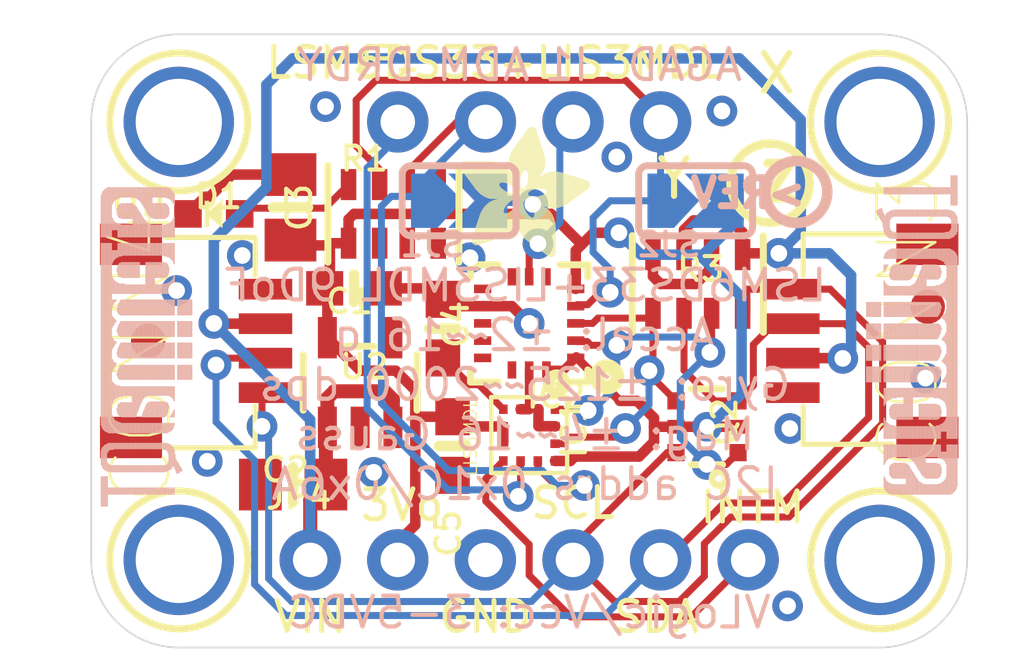
<source format=kicad_pcb>
(kicad_pcb (version 20211014) (generator pcbnew)
  (layers (0 "F.Cu" signal) (31 "B.Cu" signal) (34 "B.Paste" user) (35 "F.Paste" user) (36 "B.SilkS" user "B.Silkscreen") (37 "F.SilkS" user "F.Silkscreen") (38 "B.Mask" user) (39 "F.Mask" user) (44 "Edge.Cuts" user))
  (net 0 "")
  (net 1 "GND")
  (net 2 "3.3V")
  (net 3 "VCC")
  (net 4 "N$1")
  (net 5 "SDA_3V")
  (net 6 "SCL_3V")
  (net 7 "SCL")
  (net 8 "SDA")
  (net 9 "INTM")
  (net 10 "DRDY")
  (net 11 "CAP")
  (net 12 "INT1")
  (net 13 "INT2")
  (net 14 "ADM")
  (net 15 "ADAG")
  (footprint "boardEagle:RESPACK_4X0603" (layer "F.Cu") (at 144.5641 101.3206)
    (fp_text reference "R1" (at -1.6 -1.6) (layer "F.SilkS") (effects (font (size 0.692831 0.692831) (thickness 0.119969)) (justify left)))
    (fp_text value "10K")
    (pad "1" smd rect (at -1.3 0.85) (size 0.45 0.9) (layers "F.Cu" "F.Paste" "F.Mask") (net 2 "3.3V"))
    (pad "2" smd rect (at -0.4 0.85) (size 0.45 0.9) (layers "F.Cu" "F.Paste" "F.Mask") (net 1 "GND"))
    (pad "3" smd rect (at 0.4 0.85) (size 0.45 0.9) (layers "F.Cu" "F.Paste" "F.Mask") (net 1 "GND"))
    (pad "4" smd rect (at 1.3 0.85) (size 0.45 0.9) (layers "F.Cu" "F.Paste" "F.Mask"))
    (pad "5" smd rect (at 1.3 -0.85) (size 0.45 0.9) (layers "F.Cu" "F.Paste" "F.Mask"))
    (pad "6" smd rect (at 0.4 -0.85) (size 0.45 0.9) (layers "F.Cu" "F.Paste" "F.Mask") (net 14 "ADM"))
    (pad "7" smd rect (at -0.4 -0.85) (size 0.45 0.9) (layers "F.Cu" "F.Paste" "F.Mask") (net 15 "ADAG"))
    (pad "8" smd rect (at -1.3 -0.85) (size 0.45 0.9) (layers "F.Cu" "F.Paste" "F.Mask") (net 4 "N$1"))
  )
  (footprint "boardEagle:JST_SH4" (layer "F.Cu") (at 158.6611 105.0036 90)
    (fp_text reference "CONN3" (at -3.838 0.831 90) (layer "F.SilkS") (effects (font (size 1.703222 1.703222) (thickness 0.074778)) (justify left)))
    (fp_text value "STEMMA_I2C_QT" hide)
    (pad "1" smd rect (at -1.5 -2.514 180) (size 1.55 0.6) (layers "F.Cu" "F.Paste" "F.Mask") (net 1 "GND"))
    (pad "2" smd rect (at -0.5 -2.514 180) (size 1.55 0.6) (layers "F.Cu" "F.Paste" "F.Mask") (net 3 "VCC"))
    (pad "3" smd rect (at 0.5 -2.514 180) (size 1.55 0.6) (layers "F.Cu" "F.Paste" "F.Mask") (net 8 "SDA"))
    (pad "4" smd rect (at 1.5 -2.514 180) (size 1.55 0.6) (layers "F.Cu" "F.Paste" "F.Mask") (net 7 "SCL"))
    (pad "MT1" smd rect (at -2.8 1.386 180) (size 1.8 1.2) (layers "F.Cu" "F.Paste" "F.Mask") (net 1 "GND"))
    (pad "MT2" smd rect (at 2.8 1.386 180) (size 1.8 1.2) (layers "F.Cu" "F.Paste" "F.Mask") (net 1 "GND"))
  )
  (footprint "boardEagle:SOT363" (layer "F.Cu") (at 153.6573 107.4928 90)
    (fp_text reference "Q2" (at -0.635 0.508 90) (layer "F.SilkS") (effects (font (size 0.692831 0.692831) (thickness 0.119969)) (justify left)))
    (fp_text value "BSS138")
    (pad "1" smd rect (at -0.75 0.9 90) (size 0.5 0.5) (layers "F.Cu" "F.Paste" "F.Mask") (net 6 "SCL_3V"))
    (pad "2" smd rect (at 0 0.9 90) (size 0.4 0.5) (layers "F.Cu" "F.Paste" "F.Mask") (net 2 "3.3V"))
    (pad "3" smd rect (at 0.75 0.9 90) (size 0.5 0.5) (layers "F.Cu" "F.Paste" "F.Mask") (net 8 "SDA"))
    (pad "4" smd rect (at 0.75 -0.9 90) (size 0.5 0.5) (layers "F.Cu" "F.Paste" "F.Mask") (net 5 "SDA_3V"))
    (pad "5" smd rect (at 0 -0.9 90) (size 0.4 0.5) (layers "F.Cu" "F.Paste" "F.Mask") (net 2 "3.3V"))
    (pad "6" smd rect (at -0.75 -0.9 90) (size 0.5 0.5) (layers "F.Cu" "F.Paste" "F.Mask") (net 7 "SCL"))
  )
  (footprint "boardEagle:MOUNTINGHOLE_2.5_PLATED" (layer "F.Cu") (at 138.3411 98.6536)
    (fp_text reference "U$1" hide)
    (fp_text value "MOUNTINGHOLE2.5" hide)
    (pad "P$1" thru_hole circle (at 0 0) (size 3.2 3.2) (drill 2.5) (layers *.Cu *.Mask))
  )
  (footprint "boardEagle:0603-NO" (layer "F.Cu") (at 145.9992 104.648 90)
    (fp_text reference "C4" (at -0.635 0.381 90) (layer "F.SilkS") (effects (font (size 0.692831 0.692831) (thickness 0.119969)) (justify left)))
    (fp_text value "0.1uF")
    (pad "1" smd rect (at -0.85 0 90) (size 1.075 1) (layers "F.Cu" "F.Paste" "F.Mask") (net 11 "CAP"))
    (pad "2" smd rect (at 0.85 0 90) (size 1.075 1) (layers "F.Cu" "F.Paste" "F.Mask") (net 1 "GND"))
  )
  (footprint "boardEagle:0805-NO" (layer "F.Cu") (at 141.6558 109.1692 180)
    (fp_text reference "C2" (at -0.5334 0.4318) (layer "F.SilkS") (effects (font (size 0.692831 0.692831) (thickness 0.119969)) (justify right)))
    (fp_text value "10uF")
    (pad "1" smd rect (at -0.95 0 180) (size 1.24 1.5) (layers "F.Cu" "F.Paste" "F.Mask") (net 3 "VCC"))
    (pad "2" smd rect (at 0.95 0 180) (size 1.24 1.5) (layers "F.Cu" "F.Paste" "F.Mask") (net 1 "GND"))
  )
  (footprint "boardEagle:0805-NO" (layer "F.Cu") (at 141.5796 101.1301 90)
    (fp_text reference "C3" (at -0.762 0.254 90) (layer "F.SilkS") (effects (font (size 0.692831 0.692831) (thickness 0.119969)) (justify left)))
    (fp_text value "10uF")
    (pad "1" smd rect (at -0.95 0 90) (size 1.24 1.5) (layers "F.Cu" "F.Paste" "F.Mask") (net 2 "3.3V"))
    (pad "2" smd rect (at 0.95 0 90) (size 1.24 1.5) (layers "F.Cu" "F.Paste" "F.Mask") (net 1 "GND"))
  )
  (footprint "boardEagle:LGA16_3X3MM" (layer "F.Cu") (at 148.5011 104.4956 180)
    (fp_text reference "IC2" (at -1.7 -2.1) (layer "F.SilkS") (effects (font (size 0.692831 0.692831) (thickness 0.119969)) (justify right)))
    (fp_text value "LSM6DS33")
    (pad "1" smd rect (at -1.35 -1 180) (size 0.5 0.25) (layers "F.Cu" "F.Paste" "F.Mask") (net 2 "3.3V"))
    (pad "2" smd rect (at -1.35 -0.5 180) (size 0.5 0.25) (layers "F.Cu" "F.Paste" "F.Mask") (net 6 "SCL_3V"))
    (pad "3" smd rect (at -1.35 0 180) (size 0.5 0.25) (layers "F.Cu" "F.Paste" "F.Mask") (net 5 "SDA_3V"))
    (pad "4" smd rect (at -1.35 0.5 180) (size 0.5 0.25) (layers "F.Cu" "F.Paste" "F.Mask") (net 15 "ADAG"))
    (pad "5" smd rect (at -1.35 1 180) (size 0.5 0.25) (layers "F.Cu" "F.Paste" "F.Mask") (net 2 "3.3V"))
    (pad "6" smd rect (at -0.5 1.35 270) (size 0.5 0.25) (layers "F.Cu" "F.Paste" "F.Mask") (net 13 "INT2"))
    (pad "7" smd rect (at 0 1.35 270) (size 0.5 0.25) (layers "F.Cu" "F.Paste" "F.Mask") (net 12 "INT1"))
    (pad "8" smd rect (at 0.5 1.35 270) (size 0.5 0.25) (layers "F.Cu" "F.Paste" "F.Mask") (net 1 "GND"))
    (pad "9" smd rect (at 1.35 1) (size 0.5 0.25) (layers "F.Cu" "F.Paste" "F.Mask") (net 1 "GND"))
    (pad "10" smd rect (at 1.35 0.5) (size 0.5 0.25) (layers "F.Cu" "F.Paste" "F.Mask") (net 1 "GND"))
    (pad "11" smd rect (at 1.35 0) (size 0.5 0.25) (layers "F.Cu" "F.Paste" "F.Mask") (net 1 "GND"))
    (pad "12" smd rect (at 1.35 -0.5) (size 0.5 0.25) (layers "F.Cu" "F.Paste" "F.Mask") (net 1 "GND"))
    (pad "13" smd rect (at 1.35 -1) (size 0.5 0.25) (layers "F.Cu" "F.Paste" "F.Mask") (net 1 "GND"))
    (pad "14" smd rect (at 0.5 -1.35 90) (size 0.5 0.25) (layers "F.Cu" "F.Paste" "F.Mask"))
    (pad "15" smd rect (at 0 -1.35 90) (size 0.5 0.25) (layers "F.Cu" "F.Paste" "F.Mask") (net 1 "GND"))
    (pad "16" smd rect (at -0.5 -1.35 90) (size 0.5 0.25) (layers "F.Cu" "F.Paste" "F.Mask") (net 2 "3.3V"))
  )
  (footprint "boardEagle:LGA12_2X2MM" (layer "F.Cu") (at 148.5011 107.7341 -90)
    (fp_text reference "IC1" (at -1.1 -1.3 90) (layer "F.SilkS") (effects (font (size 0.692831 0.692831) (thickness 0.119969)) (justify right)))
    (fp_text value "LIS3MDL" (at -1.1 1.7 90) (layer "F.SilkS") (effects (font (size 0.369824 0.369824) (thickness 0.036576)) (justify right)))
    (pad "1" smd rect (at -0.75 -0.75 270) (size 0.275 0.25) (layers "F.Cu" "F.Paste" "F.Mask") (net 6 "SCL_3V"))
    (pad "2" smd rect (at -0.75 -0.25 270) (size 0.275 0.25) (layers "F.Cu" "F.Paste" "F.Mask") (net 1 "GND"))
    (pad "3" smd rect (at -0.75 0.25 270) (size 0.275 0.25) (layers "F.Cu" "F.Paste" "F.Mask") (net 1 "GND"))
    (pad "4" smd rect (at -0.75 0.75 270) (size 0.275 0.25) (layers "F.Cu" "F.Paste" "F.Mask") (net 11 "CAP"))
    (pad "5" smd rect (at -0.25 0.75) (size 0.275 0.25) (layers "F.Cu" "F.Paste" "F.Mask") (net 2 "3.3V"))
    (pad "6" smd rect (at 0.25 0.75) (size 0.275 0.25) (layers "F.Cu" "F.Paste" "F.Mask") (net 2 "3.3V"))
    (pad "7" smd rect (at 0.75 0.75 90) (size 0.275 0.25) (layers "F.Cu" "F.Paste" "F.Mask") (net 9 "INTM"))
    (pad "8" smd rect (at 0.75 0.25 90) (size 0.275 0.25) (layers "F.Cu" "F.Paste" "F.Mask") (net 10 "DRDY"))
    (pad "9" smd rect (at 0.75 -0.25 90) (size 0.275 0.25) (layers "F.Cu" "F.Paste" "F.Mask") (net 14 "ADM"))
    (pad "10" smd rect (at 0.75 -0.75 90) (size 0.275 0.25) (layers "F.Cu" "F.Paste" "F.Mask") (net 2 "3.3V"))
    (pad "11" smd rect (at 0.25 -0.75 180) (size 0.275 0.25) (layers "F.Cu" "F.Paste" "F.Mask") (net 5 "SDA_3V"))
    (pad "12" smd rect (at -0.25 -0.75 180) (size 0.275 0.25) (layers "F.Cu" "F.Paste" "F.Mask") (net 1 "GND"))
  )
  (footprint "boardEagle:0603-NO" (layer "F.Cu") (at 146.2786 108.0516 -90)
    (fp_text reference "C5" (at 1.778 0.127 90) (layer "F.SilkS") (effects (font (size 0.692831 0.692831) (thickness 0.119969)) (justify right)))
    (fp_text value "1uF")
    (pad "1" smd rect (at -0.85 0 270) (size 1.075 1) (layers "F.Cu" "F.Paste" "F.Mask") (net 2 "3.3V"))
    (pad "2" smd rect (at 0.85 0 270) (size 1.075 1) (layers "F.Cu" "F.Paste" "F.Mask") (net 1 "GND"))
  )
  (footprint "boardEagle:0603-NO" (layer "F.Cu") (at 143.4211 103.4796)
    (fp_text reference "C1" (at -0.889 0.381) (layer "F.SilkS") (effects (font (size 0.692831 0.692831) (thickness 0.119969)) (justify left)))
    (fp_text value "0.1uF")
    (pad "1" smd rect (at -0.85 0) (size 1.075 1) (layers "F.Cu" "F.Paste" "F.Mask") (net 2 "3.3V"))
    (pad "2" smd rect (at 0.85 0) (size 1.075 1) (layers "F.Cu" "F.Paste" "F.Mask") (net 1 "GND"))
  )
  (footprint "boardEagle:RESPACK_4X0603" (layer "F.Cu") (at 153.3906 103.3526 180)
    (fp_text reference "R3" (at -0.838 0.432) (layer "F.SilkS") (effects (font (size 0.692831 0.692831) (thickness 0.119969)) (justify right)))
    (fp_text value "10K")
    (pad "1" smd rect (at -1.3 0.85 180) (size 0.45 0.9) (layers "F.Cu" "F.Paste" "F.Mask") (net 3 "VCC"))
    (pad "2" smd rect (at -0.4 0.85 180) (size 0.45 0.9) (layers "F.Cu" "F.Paste" "F.Mask") (net 2 "3.3V"))
    (pad "3" smd rect (at 0.4 0.85 180) (size 0.45 0.9) (layers "F.Cu" "F.Paste" "F.Mask") (net 3 "VCC"))
    (pad "4" smd rect (at 1.3 0.85 180) (size 0.45 0.9) (layers "F.Cu" "F.Paste" "F.Mask") (net 2 "3.3V"))
    (pad "5" smd rect (at 1.3 -0.85 180) (size 0.45 0.9) (layers "F.Cu" "F.Paste" "F.Mask") (net 5 "SDA_3V"))
    (pad "6" smd rect (at 0.4 -0.85 180) (size 0.45 0.9) (layers "F.Cu" "F.Paste" "F.Mask") (net 8 "SDA"))
    (pad "7" smd rect (at -0.4 -0.85 180) (size 0.45 0.9) (layers "F.Cu" "F.Paste" "F.Mask") (net 6 "SCL_3V"))
    (pad "8" smd rect (at -1.3 -0.85 180) (size 0.45 0.9) (layers "F.Cu" "F.Paste" "F.Mask") (net 7 "SCL"))
  )
  (footprint "boardEagle:ADAFRUIT_3.5MM" (layer "F.Cu") (at 146.4691 102.5906)
    (fp_text reference "U$20" hide)
    (fp_text value "" hide)
  )
  (footprint "boardEagle:MOUNTINGHOLE_2.5_PLATED" (layer "F.Cu") (at 158.6611 111.3536)
    (fp_text reference "U$21" hide)
    (fp_text value "MOUNTINGHOLE2.5" hide)
    (pad "P$1" thru_hole circle (at 0 0) (size 3.2 3.2) (drill 2.5) (layers *.Cu *.Mask))
  )
  (footprint "boardEagle:FIDUCIAL_1MM" (layer "F.Cu") (at 160.0581 104.013)
    (fp_text reference "FID4" hide)
    (fp_text value "FIDUCIAL_1MM" hide)
    (pad "1" smd roundrect (at 0 0) (size 1 1) (layers "F.Cu" "F.Mask") (roundrect_rratio 0.5))
  )
  (footprint "boardEagle:JST_SH4" (layer "F.Cu") (at 138.3411 105.0036 -90)
    (fp_text reference "CONN4" (at -3.965 1.085 90) (layer "F.SilkS") (effects (font (size 1.703222 1.703222) (thickness 0.074778)) (justify right)))
    (fp_text value "STEMMA_I2C_QT" hide)
    (pad "1" smd rect (at -1.5 -2.514) (size 1.55 0.6) (layers "F.Cu" "F.Paste" "F.Mask") (net 1 "GND"))
    (pad "2" smd rect (at -0.5 -2.514) (size 1.55 0.6) (layers "F.Cu" "F.Paste" "F.Mask") (net 3 "VCC"))
    (pad "3" smd rect (at 0.5 -2.514) (size 1.55 0.6) (layers "F.Cu" "F.Paste" "F.Mask") (net 8 "SDA"))
    (pad "4" smd rect (at 1.5 -2.514) (size 1.55 0.6) (layers "F.Cu" "F.Paste" "F.Mask") (net 7 "SCL"))
    (pad "MT1" smd rect (at -2.8 1.386) (size 1.8 1.2) (layers "F.Cu" "F.Paste" "F.Mask") (net 1 "GND"))
    (pad "MT2" smd rect (at 2.8 1.386) (size 1.8 1.2) (layers "F.Cu" "F.Paste" "F.Mask") (net 1 "GND"))
  )
  (footprint "boardEagle:MOUNTINGHOLE_2.5_PLATED" (layer "F.Cu") (at 158.6611 98.6536)
    (fp_text reference "U$17" hide)
    (fp_text value "MOUNTINGHOLE2.5" hide)
    (pad "P$1" thru_hole circle (at 0 0) (size 3.2 3.2) (drill 2.5) (layers *.Cu *.Mask))
  )
  (footprint "boardEagle:MOUNTINGHOLE_2.5_PLATED" (layer "F.Cu") (at 138.3411 111.3536)
    (fp_text reference "U$19" hide)
    (fp_text value "MOUNTINGHOLE2.5" hide)
    (pad "P$1" thru_hole circle (at 0 0) (size 3.2 3.2) (drill 2.5) (layers *.Cu *.Mask))
  )
  (footprint "boardEagle:FIDUCIAL_1MM" (layer "F.Cu") (at 137.4521 105.0036)
    (fp_text reference "FID3" hide)
    (fp_text value "FIDUCIAL_1MM" hide)
    (pad "1" smd roundrect (at 0 0) (size 1 1) (layers "F.Cu" "F.Mask") (roundrect_rratio 0.5))
  )
  (footprint "boardEagle:1X06_ROUND_70" (layer "F.Cu") (at 148.5011 111.3536)
    (fp_text reference "JP4" (at -7.6962 -1.8288) (layer "F.SilkS") (effects (font (size 0.692831 0.692831) (thickness 0.119969)) (justify left)))
    (fp_text value "")
    (pad "1" thru_hole circle (at -6.35 0 90) (size 1.778 1.778) (drill 1) (layers *.Cu *.Mask) (net 3 "VCC"))
    (pad "2" thru_hole circle (at -3.81 0 90) (size 1.778 1.778) (drill 1) (layers *.Cu *.Mask) (net 2 "3.3V"))
    (pad "3" thru_hole circle (at -1.27 0 90) (size 1.778 1.778) (drill 1) (layers *.Cu *.Mask) (net 1 "GND"))
    (pad "4" thru_hole circle (at 1.27 0 90) (size 1.778 1.778) (drill 1) (layers *.Cu *.Mask) (net 7 "SCL"))
    (pad "5" thru_hole circle (at 3.81 0 90) (size 1.778 1.778) (drill 1) (layers *.Cu *.Mask) (net 8 "SDA"))
    (pad "6" thru_hole circle (at 6.35 0 90) (size 1.778 1.778) (drill 1) (layers *.Cu *.Mask) (net 9 "INTM"))
  )
  (footprint "boardEagle:SOT23-5" (layer "F.Cu") (at 143.5989 106.2101)
    (fp_text reference "U2" (at 0.8922 -0.4572) (layer "F.SilkS") (effects (font (size 0.692831 0.692831) (thickness 0.119969)) (justify right)))
    (fp_text value "AP2112K-3.3")
    (pad "1" smd rect (at -0.95 1.3001) (size 0.55 1.2) (layers "F.Cu" "F.Paste" "F.Mask") (net 3 "VCC"))
    (pad "2" smd rect (at 0 1.3001) (size 0.55 1.2) (layers "F.Cu" "F.Paste" "F.Mask") (net 1 "GND"))
    (pad "3" smd rect (at 0.95 1.3001) (size 0.55 1.2) (layers "F.Cu" "F.Paste" "F.Mask") (net 3 "VCC"))
    (pad "4" smd rect (at 0.95 -1.3001) (size 0.55 1.2) (layers "F.Cu" "F.Paste" "F.Mask"))
    (pad "5" smd rect (at -0.95 -1.3001) (size 0.55 1.2) (layers "F.Cu" "F.Paste" "F.Mask") (net 2 "3.3V"))
  )
  (footprint "boardEagle:CHIPLED_0603_NOOUTLINE" (layer "F.Cu") (at 139.3571 101.3206 90)
    (fp_text reference "D1" (at 0.508 0.889) (layer "F.SilkS") (effects (font (size 0.692831 0.692831) (thickness 0.119969)) (justify right)))
    (fp_text value "GREEN")
    (pad "A" smd rect (at 0 0.75 90) (size 0.8 0.8) (layers "F.Cu" "F.Paste" "F.Mask") (net 4 "N$1"))
    (pad "C" smd rect (at 0 -0.75 90) (size 0.8 0.8) (layers "F.Cu" "F.Paste" "F.Mask") (net 1 "GND"))
  )
  (footprint "boardEagle:1X04_ROUND" (layer "F.Cu") (at 148.5011 98.6536)
    (fp_text reference "JP1" (at -5.1562 -1.8288) (layer "F.SilkS") (effects (font (size 0.692831 0.692831) (thickness 0.119969)) (justify left)))
    (fp_text value "")
    (pad "1" thru_hole circle (at -3.81 0 90) (size 1.778 1.778) (drill 1) (layers *.Cu *.Mask) (net 10 "DRDY"))
    (pad "2" thru_hole circle (at -1.27 0 90) (size 1.778 1.778) (drill 1) (layers *.Cu *.Mask) (net 14 "ADM"))
    (pad "3" thru_hole circle (at 1.27 0 90) (size 1.778 1.778) (drill 1) (layers *.Cu *.Mask) (net 12 "INT1"))
    (pad "4" thru_hole circle (at 3.81 0 90) (size 1.778 1.778) (drill 1) (layers *.Cu *.Mask) (net 15 "ADAG"))
  )
  (footprint "boardEagle:PCBFEAT-REV-040" (layer "B.Cu") (at 156.2481 100.6856 180)
    (fp_text reference "U$25" hide)
    (fp_text value "" hide)
    (fp_text user ">REV" (at -0.3556 -0.508) (layer "B.SilkS") (effects (font (size 0.8128 0.8128) (thickness 0.2032)) (justify left bottom mirror)))
  )
  (footprint "boardEagle:SOLDERJUMPER_ARROW_NOPASTE" (layer "B.Cu") (at 153.3271 100.9396)
    (fp_text reference "SJ2" (at -1.778 1.27) (layer "B.SilkS") (effects (font (size 0.692831 0.692831) (thickness 0.119969)) (justify right mirror)))
    (fp_text value "")
    (fp_poly (pts (xy 1.3946 -0.7882) (xy -0.315893 -0.7882) (xy 0.443148 0) (xy -0.315893 0.7882) (xy 1.3946 0.7882)) (layer "B.Cu") (width 0) (fill solid))
    (fp_poly (pts (xy 0.106121 -0.002663) (xy -0.679416 -0.7882) (xy -1.3946 -0.7882) (xy -1.3946 0.7882) (xy -0.62715 0.7882)) (layer "B.Cu") (width 0) (fill solid))
    (pad "1" smd roundrect (at -1.016 0) (size 0.762 1.524) (layers "B.Cu") (net 15 "ADAG"))
    (pad "2" smd roundrect (at 1.016 0) (size 0.762 1.524) (layers "B.Cu") (net 2 "3.3V"))
  )
  (footprint "boardEagle:STEMMAQT" (layer "B.Cu") (at 138.7221 100.5586 -90)
    (fp_text reference "U$31" hide)
    (fp_text value "" hide)
  )
  (footprint "boardEagle:SOLDERJUMPER_ARROW_NOPASTE" (layer "B.Cu") (at 146.4691 100.9396)
    (fp_text reference "SJ1" (at -1.778 1.27) (layer "B.SilkS") (effects (font (size 0.692831 0.692831) (thickness 0.119969)) (justify right mirror)))
    (fp_text value "")
    (fp_poly (pts (xy 1.3946 -0.7882) (xy -0.315893 -0.7882) (xy 0.443148 0) (xy -0.315893 0.7882) (xy 1.3946 0.7882)) (layer "B.Cu") (width 0) (fill solid))
    (fp_poly (pts (xy 0.106121 -0.002663) (xy -0.679416 -0.7882) (xy -1.3946 -0.7882) (xy -1.3946 0.7882) (xy -0.62715 0.7882)) (layer "B.Cu") (width 0) (fill solid))
    (pad "1" smd roundrect (at -1.016 0) (size 0.762 1.524) (layers "B.Cu") (net 14 "ADM"))
    (pad "2" smd roundrect (at 1.016 0) (size 0.762 1.524) (layers "B.Cu") (net 2 "3.3V"))
  )
  (footprint "boardEagle:STEMMAQT" (layer "B.Cu") (at 158.2801 109.4486 90)
    (fp_text reference "U$30" hide)
    (fp_text value "" hide)
  )
  (gr_arc (start 154.3441 100.4276) (mid 154.673013 99.613513) (end 155.487101 99.284601) (layer "F.SilkS") (width 0.254))
  (gr_arc (start 156.6301 100.4276) (mid 156.295323 101.235823) (end 155.4871 101.5706) (layer "F.SilkS") (width 0.254))
  (gr_arc (start 155.4871 101.5706) (mid 154.678877 101.235823) (end 154.3441 100.4276) (layer "F.SilkS") (width 0.254))
  (gr_arc (start 155.4871 99.2846) (mid 156.295323 99.619377) (end 156.6301 100.4276) (layer "F.SilkS") (width 0.254))
  (gr_arc (start 138.3411 113.8936) (mid 136.545049 113.149651) (end 135.8011 111.3536) (layer "Edge.Cuts") (width 0.05))
  (gr_arc (start 135.8011 98.6536) (mid 136.545049 96.857549) (end 138.3411 96.1136) (layer "Edge.Cuts") (width 0.05))
  (gr_arc (start 161.2011 111.3536) (mid 160.457151 113.149651) (end 158.6611 113.8936) (layer "Edge.Cuts") (width 0.05))
  (gr_line (start 158.6611 96.1136) (end 138.3411 96.1136) (layer "Edge.Cuts") (width 0.05))
  (gr_line (start 135.8011 98.6536) (end 135.8011 111.3536) (layer "Edge.Cuts") (width 0.05))
  (gr_line (start 138.3411 113.8936) (end 158.6611 113.8936) (layer "Edge.Cuts") (width 0.05))
  (gr_line (start 161.2011 111.3536) (end 161.2011 98.6536) (layer "Edge.Cuts") (width 0.05))
  (gr_arc (start 158.6611 96.1136) (mid 160.457151 96.857549) (end 161.2011 98.6536) (layer "Edge.Cuts") (width 0.05))
  (gr_text "LSM6DS33+LIS3MDL 9DoF\nAccel: ±2~~16 g\nGyro: ±125~~2000 dps\nMag: ±4~~16 Gauss\nI2C addrs 0x1C/0x6A" (at 148.3741 106.2736) (layer "B.SilkS") (effects (font (size 0.89408 0.89408) (thickness 0.12192)) (justify mirror)))
  (gr_text "I1" (at 149.5806 97.0026) (layer "B.SilkS") (effects (font (size 0.89408 0.89408) (thickness 0.12192)) (justify mirror)))
  (gr_text "VLogic/Vcc: 3-5VDC" (at 148.5011 112.8776) (layer "B.SilkS") (effects (font (size 0.89408 0.89408) (thickness 0.12192)) (justify mirror)))
  (gr_text "AGAD" (at 153.0096 97.0026) (layer "B.SilkS") (effects (font (size 0.89408 0.89408) (thickness 0.12192)) (justify mirror)))
  (gr_text "DRDY" (at 143.4846 97.0026) (layer "B.SilkS") (effects (font (size 0.89408 0.89408) (thickness 0.12192)) (justify mirror)))
  (gr_text "ADM" (at 147.1676 97.0026) (layer "B.SilkS") (effects (font (size 0.89408 0.89408) (thickness 0.12192)) (justify mirror)))
  (gr_text "VIN" (at 142.1511 113.0046) (layer "F.SilkS") (effects (font (size 0.87376 0.87376) (thickness 0.14224))))
  (gr_text "Z" (at 155.1011 101.0021) (layer "F.SilkS") (effects (font (size 1.016 1.016) (thickness 0.254)) (justify left bottom)))
  (gr_text "SDA" (at 152.1841 113.0046) (layer "F.SilkS") (effects (font (size 0.87376 0.87376) (thickness 0.14224))))
  (gr_text "on" (at 136.3091 101.4476) (layer "F.SilkS") (effects (font (size 0.89408 0.89408) (thickness 0.12192)) (justify left bottom)))
  (gr_text "X" (at 155.0376 97.8906) (layer "F.SilkS") (effects (font (size 1.0922 1.0922) (thickness 0.1778)) (justify left bottom)))
  (gr_text "3Vo" (at 144.8181 109.7661) (layer "F.SilkS") (effects (font (size 0.87376 0.87376) (thickness 0.14224))))
  (gr_text "Y" (at 152.1166 100.9386) (layer "F.SilkS") (effects (font (size 1.0922 1.0922) (thickness 0.1778)) (justify left bottom)))
  (gr_text "INTM" (at 154.9781 109.8296) (layer "F.SilkS") (effects (font (size 0.87376 0.87376) (thickness 0.14224))))
  (gr_text "LSM6DS33+LIS3MDL" (at 147.4851 96.9391) (layer "F.SilkS") (effects (font (size 0.87376 0.87376) (thickness 0.14224))))
  (gr_text "SCL" (at 149.7711 109.7026) (layer "F.SilkS") (effects (font (size 0.87376 0.87376) (thickness 0.14224))))
  (gr_text "GND" (at 147.2311 113.0046) (layer "F.SilkS") (effects (font (size 0.87376 0.87376) (thickness 0.14224))))
  (segment (start 139.1057 100.822) (end 139.239281 100.822) (width 0.3048) (layer "F.Cu") (net 1))
  (segment (start 149.2511 107.4772) (end 148.7705 107.4772) (width 0.3048) (layer "F.Cu") (net 1))
  (segment (start 138.6071 101.3206) (end 139.1057 100.822) (width 0.3048) (layer "F.Cu") (net 1))
  (segment (start 149.2511 107.4841) (end 149.2511 107.4772) (width 0.3048) (layer "F.Cu") (net 1))
  (segment (start 145.6808 103.4796) (end 145.9992 103.798) (width 0.3048) (layer "F.Cu") (net 1))
  (segment (start 148.7705 106.9841) (end 148.7511 106.9841) (width 0.3048) (layer "F.Cu") (net 1))
  (segment (start 148.2511 106.9841) (end 148.5011 106.9841) (width 0.3048) (layer "F.Cu") (net 1))
  (segment (start 139.239281 100.822) (end 139.881181 100.1801) (width 0.3048) (layer "F.Cu") (net 1))
  (segment (start 148.7705 107.4772) (end 148.7705 106.9841) (width 0.3048) (layer "F.Cu") (net 1))
  (segment (start 148.5011 106.9841) (end 148.5011 105.8456) (width 0.254) (layer "F.Cu") (net 1))
  (segment (start 146.1968 103.9956) (end 145.9992 103.798) (width 0.3048) (layer "F.Cu") (net 1))
  (segment (start 147.1511 103.9956) (end 146.1968 103.9956) (width 0.3048) (layer "F.Cu") (net 1))
  (segment (start 147.1511 103.9956) (end 148.0011 103.9956) (width 0.3048) (layer "F.Cu") (net 1))
  (segment (start 148.0011 103.9956) (end 148.5011 104.4956) (width 0.3048) (layer "F.Cu") (net 1))
  (segment (start 144.2711 103.4796) (end 145.6808 103.4796) (width 0.3048) (layer "F.Cu") (net 1))
  (segment (start 139.881181 100.1801) (end 141.5796 100.1801) (width 0.3048) (layer "F.Cu") (net 1))
  (via (at 143.9926 108.8136) (size 0.889) (drill 0.4826) (layers "F.Cu" "B.Cu") (net 1))
  (via (at 142.5956 98.2091) (size 0.889) (drill 0.4826) (layers "F.Cu" "B.Cu") (net 1))
  (via (at 154.0891 98.3361) (size 0.889) (drill 0.4826) (layers "F.Cu" "B.Cu") (net 1))
  (via (at 151.0411 99.6696) (size 0.889) (drill 0.4826) (layers "F.Cu" "B.Cu") (net 1))
  (via (at 140.1826 102.5271) (size 0.889) (drill 0.4826) (layers "F.Cu" "B.Cu") (net 1))
  (via (at 146.7866 102.5906) (size 0.889) (drill 0.4826) (layers "F.Cu" "B.Cu") (net 1))
  (via (at 148.5011 104.4956) (size 0.889) (drill 0.4826) (layers "F.Cu" "B.Cu") (net 1))
  (via (at 156.0576 107.5436) (size 0.889) (drill 0.4826) (layers "F.Cu" "B.Cu") (net 1))
  (via (at 138.2776 103.5431) (size 0.889) (drill 0.4826) (layers "F.Cu" "B.Cu") (net 1))
  (via (at 155.9941 112.6871) (size 0.889) (drill 0.4826) (layers "F.Cu" "B.Cu") (net 1))
  (via (at 139.1666 108.4961) (size 0.889) (drill 0.4826) (layers "F.Cu" "B.Cu") (net 1))
  (via (at 159.9946 106.0831) (size 0.889) (drill 0.4826) (layers "F.Cu" "B.Cu") (net 1))
  (segment (start 145.1991 106.4371) (end 145.1991 107.0991) (width 0.3048) (layer "F.Cu") (net 2))
  (segment (start 143.4211 101.3206) (end 148.8821 101.3206) (width 0.3048) (layer "F.Cu") (net 2))
  (segment (start 152.0906 102.5026) (end 151.7396 102.5026) (width 0.3048) (layer "F.Cu") (net 2))
  (segment (start 147.7511 107.4841) (end 147.7511 107.9841) (width 0.3048) (layer "F.Cu") (net 2))
  (segment (start 152.0906 103.1321) (end 152.3111 103.3526) (width 0.3048) (layer "F.Cu") (net 2))
  (segment (start 153.3271 103.3526) (end 153.7906 102.8891) (width 0.3048) (layer "F.Cu") (net 2))
  (segment (start 152.1206 107.237588) (end 152.1206 107.4928) (width 0.3048) (layer "F.Cu") (net 2))
  (segment (start 150.3671 101.8676) (end 151.1046 101.8676) (width 0.3048) (layer "F.Cu") (net 2))
  (segment (start 151.6881 108.3571) (end 152.1206 107.9246) (width 0.3048) (layer "F.Cu") (net 2))
  (segment (start 149.8511 102.3836) (end 150.0251 102.2096) (width 0.3048) (layer "F.Cu") (net 2))
  (segment (start 144.6276 105.8656) (end 145.1991 106.4371) (width 0.3048) (layer "F.Cu") (net 2))
  (segment (start 152.7573 107.4928) (end 152.1206 107.4928) (width 0.3048) (layer "F.Cu") (net 2))
  (segment (start 153.6573 107.4928) (end 154.5573 107.4928) (width 0.3048) (layer "F.Cu") (net 2))
  (segment (start 142.6489 104.91) (end 143.6045 105.8656) (width 0.3048) (layer "F.Cu") (net 2))
  (segment (start 148.606262 101.044763) (end 148.8821 101.3206) (width 0.3048) (layer "F.Cu") (net 2))
  (segment (start 152.7573 107.4928) (end 153.6573 107.4928) (width 0.3048) (layer "F.Cu") (net 2))
  (segment (start 153.7906 102.8891) (end 153.7906 102.5026) (width 0.3048) (layer "F.Cu") (net 2))
  (segment (start 151.1046 101.8676) (end 151.7396 102.5026) (width 0.3048) (layer "F.Cu") (net 2))
  (segment (start 152.0906 102.5026) (end 152.0906 103.1321) (width 0.3048) (layer "F.Cu") (net 2))
  (segment (start 142.7226 103.3281) (end 142.5711 103.4796) (width 0.3048) (layer "F.Cu") (net 2))
  (segment (start 151.626512 106.7435) (end 152.1206 107.237588) (width 0.3048) (layer "F.Cu") (net 2))
  (segment (start 145.1991 107.0991) (end 145.1991 110.3376) (width 0.3048) (layer "F.Cu") (net 2))
  (segment (start 152.1206 107.9246) (end 152.1206 107.4928) (width 0.3048) (layer "F.Cu") (net 2))
  (segment (start 143.2641 102.1706) (end 142.7226 102.1706) (width 0.3048) (layer "F.Cu") (net 2))
  (segment (start 148.8821 101.3206) (end 149.1361 101.3206) (width 0.3048) (layer "F.Cu") (net 2))
  (segment (start 142.6489 103.5574) (end 142.5711 103.4796) (width 0.3048) (layer "F.Cu") (net 2))
  (segment (start 145.1991 110.3376) (end 144.6911 110.8456) (width 0.3048) (layer "F.Cu") (net 2))
  (segment (start 149.1361 101.3206) (end 150.0251 102.2096) (width 0.3048) (layer "F.Cu") (net 2))
  (segment (start 149.8511 105.4956) (end 149.8666 105.4801) (width 0.3048) (layer "F.Cu") (net 2))
  (segment (start 151.6881 108.3571) (end 149.8226 108.3571) (width 0.3048) (layer "F.Cu") (net 2))
  (segment (start 145.3016 107.2016) (end 145.1991 107.0991) (width 0.3048) (layer "F.Cu") (net 2))
  (segment (start 146.5611 107.4841) (end 146.2786 107.2016) (width 0.3048) (layer "F.Cu") (net 2))
  (segment (start 142.7226 102.2341) (end 141.4256 102.2341) (width 0.3048) (layer "F.Cu") (net 2))
  (segment (start 149.8666 105.4801) (end 151.13 106.7435) (width 0.254) (layer "F.Cu") (net 2))
  (segment (start 143.2641 102.1706) (end 143.2641 101.4776) (width 0.3048) (layer "F.Cu") (net 2))
  (segment (start 149.8511 103.4956) (end 149.8511 102.3836) (width 0.3048) (layer "F.Cu") (net 2))
  (segment (start 149.5011 105.8456) (end 149.8511 105.4956) (width 0.254) (layer "F.Cu") (net 2))
  (segment (start 141.5796 102.0801) (end 141.4256 102.2341) (width 0.3048) (layer "F.Cu") (net 2))
  (segment (start 149.2511 108.4841) (end 149.6956 108.4841) (width 0.3048) (layer "F.Cu") (net 2))
  (segment (start 150.0251 102.2096) (end 150.3671 101.8676) (width 0.3048) (layer "F.Cu") (net 2))
  (segment (start 146.2786 107.2016) (end 145.3016 107.2016) (width 0.3048) (layer "F.Cu") (net 2))
  (segment (start 149.8226 108.3571) (end 149.6956 108.4841) (width 0.3048) (layer "F.Cu") (net 2))
  (segment (start 143.2641 101.4776) (end 143.4211 101.3206) (width 0.3048) (layer "F.Cu") (net 2))
  (segment (start 147.7511 107.4841) (end 146.5611 107.4841) (width 0.3048) (layer "F.Cu") (net 2))
  (segment (start 142.7226 102.2341) (end 142.7226 103.3281) (width 0.3048) (layer "F.Cu") (net 2))
  (segment (start 149.0011 105.8456) (end 149.5011 105.8456) (width 0.254) (layer "F.Cu") (net 2))
  (segment (start 152.3111 103.3526) (end 153.3271 103.3526) (width 0.3048) (layer "F.Cu") (net 2))
  (segment (start 142.6489 104.91) (end 142.6489 103.5574) (width 0.3048) (layer "F.Cu") (net 2))
  (segment (start 151.13 106.7435) (end 151.626512 106.7435) (width 0.3048) (layer "F.Cu") (net 2))
  (segment (start 142.7226 102.1706) (end 142.7226 102.2341) (width 0.3048) (layer "F.Cu") (net 2))
  (segment (start 143.6045 105.8656) (end 144.6276 105.8656) (width 0.3048) (layer "F.Cu") (net 2))
  (segment (start 144.6911 110.8456) (end 144.6911 111.3536) (width 0.3048) (layer "F.Cu") (net 2))
  (via (at 151.1046 101.8676) (size 0.889) (drill 0.4826) (layers "F.Cu" "B.Cu") (net 2))
  (via (at 153.6573 107.4928) (size 0.8564) (drill 0.45) (layers "F.Cu" "B.Cu") (net 2))
  (via (at 148.606262 101.044763) (size 0.889) (drill 0.4826) (layers "F.Cu" "B.Cu") (net 2))
  (segment (start 153.7081 107.4928) (end 153.6573 107.4928) (width 0.3048) (layer "B.Cu") (net 2))
  (segment (start 151.1046 101.8676) (end 151.7396 102.5026) (width 0.3048) (layer "B.Cu") (net 2))
  (segment (start 153.4296 102.5026) (end 151.7396 102.5026) (width 0.3048) (layer "B.Cu") (net 2))
  (segment (start 154.3431 100.9396) (end 154.3431 101.7016) (width 0.3048) (layer "B.Cu") (net 2))
  (segment (start 154.6606 106.5403) (end 153.7081 107.4928) (width 0.3048) (layer "B.Cu") (net 2))
  (segment (start 153.48585 102.55885) (end 154.6606 103.7336) (width 0.3048) (layer "B.Cu") (net 2))
  (segment (start 154.6606 103.7336) (end 154.6606 106.5403) (width 0.3048) (layer "B.Cu") (net 2))
  (segment (start 153.4296 102.5026) (end 153.48585 102.55885) (width 0.3048) (layer "B.Cu") (net 2))
  (segment (start 148.5011 100.9396) (end 148.606262 101.044763) (width 0.3048) (layer "B.Cu") (net 2))
  (segment (start 154.3431 101.7016) (end 153.48585 102.55885) (width 0.3048) (layer "B.Cu") (net 2))
  (segment (start 147.4851 100.9396) (end 148.5011 100.9396) (width 0.3048) (layer "B.Cu") (net 2))
  (segment (start 157.5863 105.5036) (end 157.5943 105.5116) (width 0.3048) (layer "F.Cu") (net 3))
  (segment (start 154.6906 102.5026) (end 154.7296 102.4636) (width 0.3048) (layer "F.Cu") (net 3))
  (segment (start 153.2636 101.5111) (end 154.3431 101.5111) (width 0.3048) (layer "F.Cu") (net 3))
  (segment (start 142.6058 109.1692) (end 142.6058 107.5533) (width 0.4064) (layer "F.Cu") (net 3))
  (segment (start 154.7296 102.4636) (end 155.7401 102.4636) (width 0.3048) (layer "F.Cu") (net 3))
  (segment (start 142.1511 111.3536) (end 142.1511 109.6239) (width 0.4064) (layer "F.Cu") (net 3))
  (segment (start 144.5489 107.5102) (end 144.5489 106.7029) (width 0.4064) (layer "F.Cu") (net 3))
  (segment (start 142.6489 106.6648) (end 142.6489 107.5102) (width 0.4064) (layer "F.Cu") (net 3))
  (segment (start 154.3431 101.5111) (end 154.6906 101.8586) (width 0.3048) (layer "F.Cu") (net 3))
  (segment (start 144.3101 106.4641) (end 142.8496 106.4641) (width 0.4064) (layer "F.Cu") (net 3))
  (segment (start 154.6906 101.8586) (end 154.6906 102.5026) (width 0.3048) (layer "F.Cu") (net 3))
  (segment (start 144.5489 106.7029) (end 144.3101 106.4641) (width 0.4064) (layer "F.Cu") (net 3))
  (segment (start 152.9906 101.784104) (end 152.9906 102.5026) (width 0.3048) (layer "F.Cu") (net 3))
  (segment (start 142.1511 109.6239) (end 142.6058 109.1692) (width 0.4064) (layer "F.Cu") (net 3))
  (segment (start 142.8496 106.4641) (end 142.6489 106.6648) (width 0.4064) (layer "F.Cu") (net 3))
  (segment (start 153.2636 101.5111) (end 152.9906 101.784104) (width 0.3048) (layer "F.Cu") (net 3))
  (segment (start 139.3651 104.5036) (end 139.3571 104.4956) (width 0.3048) (layer "F.Cu") (net 3))
  (segment (start 142.6058 107.5533) (end 142.6489 107.5102) (width 0.4064) (layer "F.Cu") (net 3))
  (segment (start 156.1471 105.5036) (end 157.5863 105.5036) (width 0.3048) (layer "F.Cu") (net 3))
  (segment (start 140.8551 104.5036) (end 139.3651 104.5036) (width 0.3048) (layer "F.Cu") (net 3))
  (via (at 157.5943 105.5116) (size 0.889) (drill 0.4826) (layers "F.Cu" "B.Cu") (net 3))
  (via (at 155.7401 102.4636) (size 0.889) (drill 0.4826) (layers "F.Cu" "B.Cu") (net 3))
  (via (at 139.3571 104.4956) (size 0.889) (drill 0.4826) (layers "F.Cu" "B.Cu") (net 3))
  (segment (start 157.2006 102.4636) (end 157.8356 103.0986) (width 0.3048) (layer "B.Cu") (net 3))
  (segment (start 140.8811 100.5586) (end 140.8811 97.5741) (width 0.3048) (layer "B.Cu") (net 3))
  (segment (start 142.1511 107.2896) (end 142.1511 111.3536) (width 0.3048) (layer "B.Cu") (net 3))
  (segment (start 139.3571 104.4956) (end 142.1511 107.2896) (width 0.3048) (layer "B.Cu") (net 3))
  (segment (start 139.3571 104.4956) (end 139.3571 102.0826) (width 0.3048) (layer "B.Cu") (net 3))
  (segment (start 157.5943 105.5116) (end 157.8356 105.5116) (width 0.3048) (layer "B.Cu") (net 3))
  (segment (start 156.3751 98.5901) (end 156.3751 101.8286) (width 0.3048) (layer "B.Cu") (net 3))
  (segment (start 141.6431 96.8121) (end 154.5971 96.8121) (width 0.3048) (layer "B.Cu") (net 3))
  (segment (start 154.5971 96.8121) (end 156.3751 98.5901) (width 0.3048) (layer "B.Cu") (net 3))
  (segment (start 157.8356 105.5116) (end 157.8356 103.0986) (width 0.3048) (layer "B.Cu") (net 3))
  (segment (start 155.7401 102.4636) (end 157.2006 102.4636) (width 0.3048) (layer "B.Cu") (net 3))
  (segment (start 140.8811 100.5586) (end 139.3571 102.0826) (width 0.3048) (layer "B.Cu") (net 3))
  (segment (start 156.3751 101.8286) (end 155.7401 102.4636) (width 0.3048) (layer "B.Cu") (net 3))
  (segment (start 140.8811 97.5741) (end 141.6431 96.8121) (width 0.3048) (layer "B.Cu") (net 3))
  (segment (start 140.1071 101.3206) (end 140.2724 101.1553) (width 0.2032) (layer "F.Cu") (net 4))
  (segment (start 142.5794 101.1553) (end 143.2641 100.4706) (width 0.2032) (layer "F.Cu") (net 4))
  (segment (start 140.2724 101.1553) (end 142.5794 101.1553) (width 0.2032) (layer "F.Cu") (net 4))
  (segment (start 149.8511 104.4956) (end 150.3426 104.4956) (width 0.2032) (layer "F.Cu") (net 5))
  (segment (start 149.6956 107.7936) (end 149.5051 107.9841) (width 0.2032) (layer "F.Cu") (net 5))
  (segment (start 152.0525 104.3432) (end 152.0906 104.3051) (width 0.2032) (layer "F.Cu") (net 5))
  (segment (start 149.5051 107.9841) (end 149.2511 107.9841) (width 0.2032) (layer "F.Cu") (net 5))
  (segment (start 152.0906 104.3051) (end 152.0906 104.2026) (width 0.2032) (layer "F.Cu") (net 5))
  (segment (start 151.976106 105.8672) (end 152.0906 105.752707) (width 0.2032) (layer "F.Cu") (net 5))
  (segment (start 150.3426 104.4956) (end 150.495 104.3432) (width 0.2032) (layer "F.Cu") (net 5))
  (segment (start 152.0906 105.752707) (end 152.0906 104.3051) (width 0.2032) (layer "F.Cu") (net 5))
  (segment (start 150.495 104.3432) (end 152.0525 104.3432) (width 0.2032) (layer "F.Cu") (net 5))
  (segment (start 151.2951 107.5436) (end 151.0451 107.7936) (width 0.2032) (layer "F.Cu") (net 5))
  (segment (start 152.7573 106.7428) (end 151.976106 105.961607) (width 0.2032) (layer "F.Cu") (net 5))
  (segment (start 151.976106 105.8672) (end 151.976106 105.961607) (width 0.2032) (layer "F.Cu") (net 5))
  (segment (start 151.0451 107.7936) (end 149.6956 107.7936) (width 0.2032) (layer "F.Cu") (net 5))
  (via (at 151.2951 107.5436) (size 0.889) (drill 0.4826) (layers "F.Cu" "B.Cu") (net 5))
  (via (at 151.976106 105.8672) (size 0.889) (drill 0.4826) (layers "F.Cu" "B.Cu") (net 5))
  (segment (start 151.2951 107.5436) (end 151.976106 106.862594) (width 0.2032) (layer "B.Cu") (net 5))
  (segment (start 151.976106 106.862594) (end 151.976106 105.8672) (width 0.2032) (layer "B.Cu") (net 5))
  (segment (start 150.29215 105.1306) (end 150.18445 105.0229) (width 0.2032) (layer "F.Cu") (net 6))
  (segment (start 150.175587 106.9841) (end 150.21104 107.019554) (width 0.2032) (layer "F.Cu") (net 6))
  (segment (start 150.18445 105.0229) (end 149.8784 105.0229) (width 0.2032) (layer "F.Cu") (net 6))
  (segment (start 151.0411 105.1306) (end 150.29215 105.1306) (width 0.2032) (layer "F.Cu") (net 6))
  (segment (start 149.8784 105.0229) (end 149.8511 104.9956) (width 0.2032) (layer "F.Cu") (net 6))
  (segment (start 153.7906 104.2026) (end 153.7906 105.2864) (width 0.2032) (layer "F.Cu") (net 6))
  (segment (start 153.7906 105.2864) (end 153.7399 105.3371) (width 0.2032) (layer "F.Cu") (net 6))
  (segment (start 154.5573 108.2428) (end 154.2151 108.585) (width 0.2032) (layer "F.Cu") (net 6))
  (segment (start 154.2151 108.585) (end 153.655 108.585) (width 0.2032) (layer "F.Cu") (net 6))
  (segment (start 149.2511 106.9841) (end 150.175587 106.9841) (width 0.2032) (layer "F.Cu") (net 6))
  (via (at 151.0411 105.1306) (size 0.889) (drill 0.4826) (layers "F.Cu" "B.Cu") (net 6))
  (via (at 150.21104 107.019554) (size 0.889) (drill 0.4826) (layers "F.Cu" "B.Cu") (net 6))
  (via (at 153.7399 105.3371) (size 0.889) (drill 0.4826) (layers "F.Cu" "B.Cu") (net 6))
  (via (at 153.655 108.585) (size 0.889) (drill 0.4826) (layers "F.Cu" "B.Cu") (net 6))
  (segment (start 151.2791 104.8926) (end 151.0411 105.1306) (width 0.2032) (layer "B.Cu") (net 6))
  (segment (start 151.0411 106.316494) (end 150.33804 107.019554) (width 0.2032) (layer "B.Cu") (net 6))
  (segment (start 152.8826 106.1944) (end 153.7399 105.3371) (width 0.2032) (layer "B.Cu") (net 6))
  (segment (start 153.2954 104.8926) (end 151.2791 104.8926) (width 0.2032) (layer "B.Cu") (net 6))
  (segment (start 153.7399 105.3371) (end 153.2954 104.8926) (width 0.2032) (layer "B.Cu") (net 6))
  (segment (start 151.0411 106.316494) (end 151.0411 105.1306) (width 0.2032) (layer "B.Cu") (net 6))
  (segment (start 152.8826 107.8126) (end 152.8826 106.1944) (width 0.2032) (layer "B.Cu") (net 6))
  (segment (start 153.655 108.585) (end 152.8826 107.8126) (width 0.2032) (layer "B.Cu") (net 6))
  (segment (start 150.21104 107.019554) (end 150.33804 107.019554) (width 0.2032) (layer "B.Cu") (net 6))
  (segment (start 149.7711 111.3536) (end 149.7711 110.9726) (width 0.2032) (layer "F.Cu") (net 7))
  (segment (start 154.6906 104.2026) (end 154.8136 104.2026) (width 0.2032) (layer "F.Cu") (net 7))
  (segment (start 150.9776 112.5601) (end 149.7711 111.3536) (width 0.2032) (layer "F.Cu") (net 7))
  (segment (start 152.7573 108.2428) (end 152.5009 108.2428) (width 0.2032) (layer "F.Cu") (net 7))
  (segment (start 158.75 107.394438) (end 156.035437 110.109) (width 0.2032) (layer "F.Cu") (net 7))
  (segment (start 152.84805 112.5601) (end 150.9776 112.5601) (width 0.2032) (layer "F.Cu") (net 7))
  (segment (start 140.8551 106.5036) (end 140.7541 106.6046) (width 0.2032) (layer "F.Cu") (net 7))
  (segment (start 154.8136 103.5036) (end 156.1471 103.5036) (width 0.2032) (layer "F.Cu") (net 7))
  (segment (start 140.7541 106.6046) (end 140.7541 107.4801) (width 0.2032) (layer "F.Cu") (net 7))
  (segment (start 154.35225 110.109) (end 153.5811 110.88015) (width 0.2032) (layer "F.Cu") (net 7))
  (segment (start 157.227837 103.5036) (end 158.75 105.025763) (width 0.2032) (layer "F.Cu") (net 7))
  (segment (start 156.1471 103.5036) (end 157.227837 103.5036) (width 0.2032) (layer "F.Cu") (net 7))
  (segment (start 153.5811 110.88015) (end 153.5811 111.82705) (width 0.2032) (layer "F.Cu") (net 7))
  (segment (start 152.5009 108.2428) (end 149.7711 110.9726) (width 0.2032) (layer "F.Cu") (net 7))
  (segment (start 156.035437 110.109) (end 154.35225 110.109) (width 0.2032) (layer "F.Cu") (net 7))
  (segment (start 154.8136 103.5036) (end 154.8136 104.2026) (width 0.2032) (layer "F.Cu") (net 7))
  (segment (start 158.75 105.025763) (end 158.75 107.394438) (width 0.2032) (layer "F.Cu") (net 7))
  (segment (start 153.5811 111.82705) (end 152.84805 112.5601) (width 0.2032) (layer "F.Cu") (net 7))
  (via (at 140.7541 107.4801) (size 0.889) (drill 0.4826) (layers "F.Cu" "B.Cu") (net 7))
  (segment (start 148.5646 112.5601) (end 149.7711 111.3536) (width 0.2032) (layer "B.Cu") (net 7))
  (segment (start 141.61415 112.5601) (end 148.5646 112.5601) (width 0.2032) (layer "B.Cu") (net 7))
  (segment (start 140.9446 107.6706) (end 140.9446 111.89055) (width 0.2032) (layer "B.Cu") (net 7))
  (segment (start 140.7541 107.4801) (end 140.9446 107.6706) (width 0.2032) (layer "B.Cu") (net 7))
  (segment (start 140.9446 111.89055) (end 141.61415 112.5601) (width 0.2032) (layer "B.Cu") (net 7))
  (segment (start 158.3436 107.2261) (end 158.3436 105.1941) (width 0.2032) (layer "F.Cu") (net 8))
  (segment (start 155.6051 104.5036) (end 155.0018 105.1069) (width 0.2032) (layer "F.Cu") (net 8))
  (segment (start 152.9906 104.2026) (end 152.9906 105.85455) (width 0.2032) (layer "F.Cu") (net 8))
  (segment (start 154.1526 109.7026) (end 155.8671 109.7026) (width 0.2032) (layer "F.Cu") (net 8))
  (segment (start 139.6191 105.5036) (end 139.4206 105.7021) (width 0.2032) (layer "F.Cu") (net 8))
  (segment (start 153.87885 106.7428) (end 154.5573 106.7428) (width 0.2032) (layer "F.Cu") (net 8))
  (segment (start 155.0018 105.1069) (end 155.0018 106.2983) (width 0.2032) (layer "F.Cu") (net 8))
  (segment (start 155.8671 109.7026) (end 158.3436 107.2261) (width 0.2032) (layer "F.Cu") (net 8))
  (segment (start 155.0018 106.2983) (end 154.5573 106.7428) (width 0.2032) (layer "F.Cu") (net 8))
  (segment (start 154.1526 109.7026) (end 152.5016 111.3536) (width 0.2032) (layer "F.Cu") (net 8))
  (segment (start 152.9906 105.85455) (end 153.87885 106.7428) (width 0.2032) (layer "F.Cu") (net 8))
  (segment (start 158.3436 105.1941) (end 157.6531 104.5036) (width 0.2032) (layer "F.Cu") (net 8))
  (segment (start 156.1471 104.5036) (end 155.6051 104.5036) (width 0.2032) (layer "F.Cu") (net 8))
  (segment (start 152.3111 111.3536) (end 152.5016 111.3536) (width 0.2032) (layer "F.Cu") (net 8))
  (segment (start 157.6531 104.5036) (end 156.1471 104.5036) (width 0.2032) (layer "F.Cu") (net 8))
  (segment (start 140.8551 105.5036) (end 139.6191 105.5036) (width 0.2032) (layer "F.Cu") (net 8))
  (via (at 139.4206 105.7021) (size 0.889) (drill 0.4826) (layers "F.Cu" "B.Cu") (net 8))
  (segment (start 139.4206 107.3531) (end 140.5382 108.4707) (width 0.2032) (layer "B.Cu") (net 8))
  (segment (start 140.5382 108.4707) (end 140.5382 112.058888) (width 0.2032) (layer "B.Cu") (net 8))
  (segment (start 140.5382 112.058888) (end 141.445812 112.9665) (width 0.2032) (layer "B.Cu") (net 8))
  (segment (start 150.6982 112.9665) (end 152.3111 111.3536) (width 0.2032) (layer "B.Cu") (net 8))
  (segment (start 139.4206 105.7021) (end 139.4206 107.3531) (width 0.2032) (layer "B.Cu") (net 8))
  (segment (start 141.445812 112.9665) (end 150.6982 112.9665) (width 0.2032) (layer "B.Cu") (net 8))
  (segment (start 147.2431 108.9921) (end 147.2431 109.6511) (width 0.2032) (layer "F.Cu") (net 9))
  (segment (start 147.7511 108.4841) (end 147.2431 108.9921) (width 0.2032) (layer "F.Cu") (net 9))
  (segment (start 153.2001 113.0046) (end 154.8511 111.3536) (width 0.2032) (layer "F.Cu") (net 9))
  (segment (start 147.2431 109.6511) (end 148.5011 110.9091) (width 0.2032) (layer "F.Cu") (net 9))
  (segment (start 148.5011 111.7981) (end 149.7076 113.0046) (width 0.2032) (layer "F.Cu") (net 9))
  (segment (start 149.7076 113.0046) (end 153.2001 113.0046) (width 0.2032) (layer "F.Cu") (net 9))
  (segment (start 148.5011 110.9091) (end 148.5011 111.7981) (width 0.2032) (layer "F.Cu") (net 9))
  (segment (start 148.1829 109.5121) (end 148.2511 109.4439) (width 0.2032) (layer "F.Cu") (net 10))
  (segment (start 148.2511 108.4841) (end 148.2511 109.4439) (width 0.2032) (layer "F.Cu") (net 10))
  (via (at 148.1829 109.5121) (size 0.889) (drill 0.4826) (layers "F.Cu" "B.Cu") (net 10))
  (segment (start 144.6911 99.0981) (end 144.6911 98.6536) (width 0.2032) (layer "B.Cu") (net 10))
  (segment (start 143.8021 106.9721) (end 143.8021 99.9871) (width 0.2032) (layer "B.Cu") (net 10))
  (segment (start 147.9924 109.3216) (end 146.1516 109.3216) (width 0.2032) (layer "B.Cu") (net 10))
  (segment (start 148.1829 109.5121) (end 147.9924 109.3216) (width 0.2032) (layer "B.Cu") (net 10))
  (segment (start 146.1516 109.3216) (end 143.8021 106.9721) (width 0.2032) (layer "B.Cu") (net 10))
  (segment (start 144.6911 99.0981) (end 143.8021 99.9871) (width 0.2032) (layer "B.Cu") (net 10))
  (segment (start 145.9992 105.498) (end 146.7748 106.2736) (width 0.2032) (layer "F.Cu") (net 11))
  (segment (start 146.7748 106.2736) (end 147.0406 106.2736) (width 0.2032) (layer "F.Cu") (net 11))
  (segment (start 147.0406 106.2736) (end 147.7511 106.9841) (width 0.2032) (layer "F.Cu") (net 11))
  (segment (start 148.5011 103.1456) (end 148.5011 102.4382) (width 0.2032) (layer "F.Cu") (net 12))
  (segment (start 148.5011 102.4382) (end 148.7551 102.1842) (width 0.2032) (layer "F.Cu") (net 12))
  (via (at 148.7551 102.1842) (size 0.889) (drill 0.4826) (layers "F.Cu" "B.Cu") (net 12))
  (segment (start 149.3901 99.0346) (end 149.7711 98.6536) (width 0.2032) (layer "B.Cu") (net 12))
  (segment (start 149.3901 99.0346) (end 149.3901 101.5746) (width 0.2032) (layer "B.Cu") (net 12))
  (segment (start 149.3901 101.5746) (end 148.7805 102.1842) (width 0.2032) (layer "B.Cu") (net 12))
  (segment (start 148.7551 102.1842) (end 148.7805 102.1842) (width 0.2032) (layer "B.Cu") (net 12))
  (segment (start 144.9641 100.0951) (end 146.4056 98.6536) (width 0.2032) (layer "F.Cu") (net 14))
  (segment (start 149.26805 109.1946) (end 150.1006 109.1946) (width 0.2032) (layer "F.Cu") (net 14))
  (segment (start 144.9641 100.4706) (end 144.9641 100.0951) (width 0.2032) (layer "F.Cu") (net 14))
  (segment (start 149.26805 109.1946) (end 148.7511 108.67765) (width 0.2032) (layer "F.Cu") (net 14))
  (segment (start 148.7511 108.4841) (end 148.7511 108.67765) (width 0.2032) (layer "F.Cu") (net 14))
  (segment (start 146.4056 98.6536) (end 147.2311 98.6536) (width 0.2032) (layer "F.Cu") (net 14))
  (via (at 150.1006 109.1946) (size 0.889) (drill 0.4826) (layers "F.Cu" "B.Cu") (net 14))
  (segment (start 149.306075 109.1946) (end 148.874275 108.7628) (width 0.2032) (layer "B.Cu") (net 14))
  (segment (start 147.1041 98.6536) (end 147.2311 98.6536) (width 0.2032) (layer "B.Cu") (net 14))
  (segment (start 148.874275 108.7628) (end 146.167537 108.7628) (width 0.2032) (layer "B.Cu") (net 14))
  (segment (start 144.216468 106.811732) (end 144.216468 101.096732) (width 0.2032) (layer "B.Cu") (net 14))
  (segment (start 150.1006 109.1946) (end 149.306075 109.1946) (width 0.2032) (layer "B.Cu") (net 14))
  (segment (start 145.4531 100.3046) (end 147.1041 98.6536) (width 0.2032) (layer "B.Cu") (net 14))
  (segment (start 144.5006 100.8126) (end 145.4531 100.8126) (width 0.2032) (layer "B.Cu") (net 14))
  (segment (start 146.167537 108.7628) (end 144.216468 106.811732) (width 0.2032) (layer "B.Cu") (net 14))
  (segment (start 145.4531 100.8126) (end 145.4531 100.3046) (width 0.2032) (layer "B.Cu") (net 14))
  (segment (start 144.216468 101.096732) (end 144.5006 100.8126) (width 0.2032) (layer "B.Cu") (net 14))
  (segment (start 145.4531 100.9396) (end 145.4531 100.8126) (width 0.2032) (layer "B.Cu") (net 14))
  (segment (start 151.2951 97.4471) (end 152.3111 98.4631) (width 0.2032) (layer "F.Cu") (net 15))
  (segment (start 149.8511 103.9956) (end 149.8939 103.9528) (width 0.2032) (layer "F.Cu") (net 15))
  (segment (start 150.55885 103.5939) (end 150.8506 103.5939) (width 0.2032) (layer "F.Cu") (net 15))
  (segment (start 144.1641 100.4706) (end 144.1641 100.0316) (width 0.2032) (layer "F.Cu") (net 15))
  (segment (start 143.4846 99.3521) (end 143.4846 98.0186) (width 0.2032) (layer "F.Cu") (net 15))
  (segment (start 150.19995 103.9528) (end 150.55885 103.5939) (width 0.2032) (layer "F.Cu") (net 15))
  (segment (start 149.8939 103.9528) (end 150.19995 103.9528) (width 0.2032) (layer "F.Cu") (net 15))
  (segment (start 152.3111 98.4631) (end 152.3111 98.6536) (width 0.2032) (layer "F.Cu") (net 15))
  (segment (start 143.4846 98.0186) (end 144.0561 97.4471) (width 0.2032) (layer "F.Cu") (net 15))
  (segment (start 144.0561 97.4471) (end 151.2951 97.4471) (width 0.2032) (layer "F.Cu") (net 15))
  (segment (start 144.1641 100.0316) (end 143.4846 99.3521) (width 0.2032) (layer "F.Cu") (net 15))
  (via (at 150.8506 103.5939) (size 0.889) (drill 0.4826) (layers "F.Cu" "B.Cu") (net 15))
  (segment (start 152.3111 98.6536) (end 152.3111 100.9396) (width 0.2032) (layer "B.Cu") (net 15))
  (segment (start 150.3553 101.4349) (end 150.8506 100.9396) (width 0.2032) (layer "B.Cu") (net 15))
  (segment (start 150.8506 103.5939) (end 150.8506 102.927275) (width 0.2032) (layer "B.Cu") (net 15))
  (segment (start 150.8506 100.9396) (end 152.3111 100.9396) (width 0.2032) (layer "B.Cu") (net 15))
  (segment (start 150.8506 102.927275) (end 150.3553 102.431975) (width 0.2032) (layer "B.Cu") (net 15))
  (segment (start 152.9461 100.9396) (end 152.3111 100.9396) (width 0.2032) (layer "B.Cu") (net 15))
  (segment (start 150.3553 102.431975) (end 150.3553 101.4349) (width 0.2032) (layer "B.Cu") (net 15))
)
</source>
